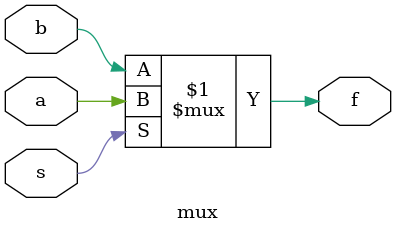
<source format=v>
module mux (a,b,s,f); 
    input a,b,s;
    output f;
    assign f = s ? a : b;
endmodule
</source>
